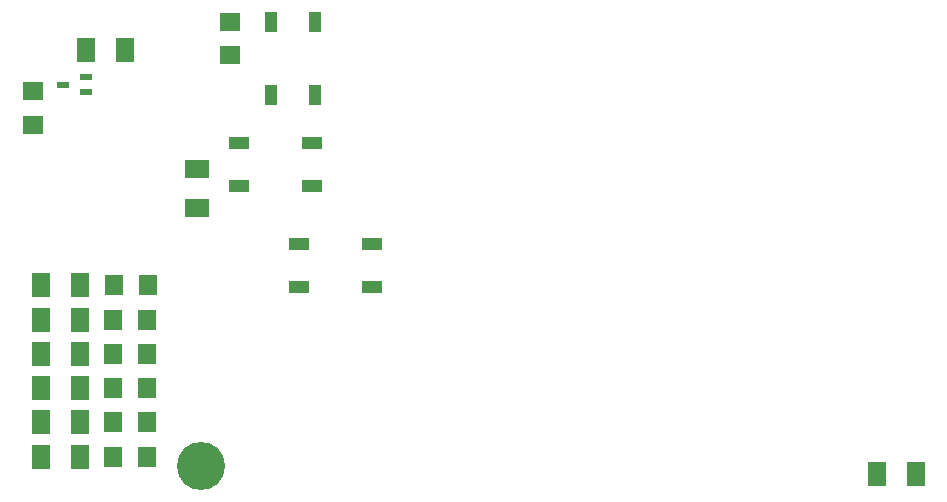
<source format=gbs>
G04 (created by PCBNEW (2013-may-18)-stable) date Mon Aug 15 13:55:16 2016*
%MOIN*%
G04 Gerber Fmt 3.4, Leading zero omitted, Abs format*
%FSLAX34Y34*%
G01*
G70*
G90*
G04 APERTURE LIST*
%ADD10C,0.00590551*%
%ADD11R,0.06X0.08*%
%ADD12R,0.08X0.06*%
%ADD13R,0.0629X0.0709*%
%ADD14R,0.0709X0.0629*%
%ADD15R,0.0708661X0.0433071*%
%ADD16R,0.0433071X0.0708661*%
%ADD17R,0.0394X0.0236*%
%ADD18C,0.16*%
G04 APERTURE END LIST*
G54D10*
G54D11*
X56377Y-48562D03*
X57677Y-48562D03*
X54881Y-62106D03*
X56181Y-62106D03*
X54881Y-60964D03*
X56181Y-60964D03*
X54881Y-56397D03*
X56181Y-56397D03*
X54881Y-57539D03*
X56181Y-57539D03*
X54881Y-58681D03*
X56181Y-58681D03*
X54881Y-59822D03*
X56181Y-59822D03*
G54D12*
X60098Y-53819D03*
X60098Y-52519D03*
G54D13*
X58452Y-56397D03*
X57334Y-56397D03*
X58413Y-60964D03*
X57295Y-60964D03*
X58413Y-59822D03*
X57295Y-59822D03*
X58413Y-58681D03*
X57295Y-58681D03*
X58413Y-57539D03*
X57295Y-57539D03*
X58413Y-62106D03*
X57295Y-62106D03*
G54D14*
X54625Y-49933D03*
X54625Y-51051D03*
X61200Y-48728D03*
X61200Y-47610D03*
G54D15*
X63484Y-56448D03*
X65924Y-56448D03*
X63484Y-55008D03*
X65924Y-55008D03*
G54D16*
X64007Y-50058D03*
X64007Y-47618D03*
X62567Y-50058D03*
X62567Y-47618D03*
G54D17*
X56377Y-49960D03*
X56377Y-49448D03*
X55629Y-49704D03*
G54D11*
X84055Y-62696D03*
X82755Y-62696D03*
G54D15*
X61476Y-53101D03*
X63916Y-53101D03*
X61476Y-51661D03*
X63916Y-51661D03*
G54D18*
X60216Y-62421D03*
M02*

</source>
